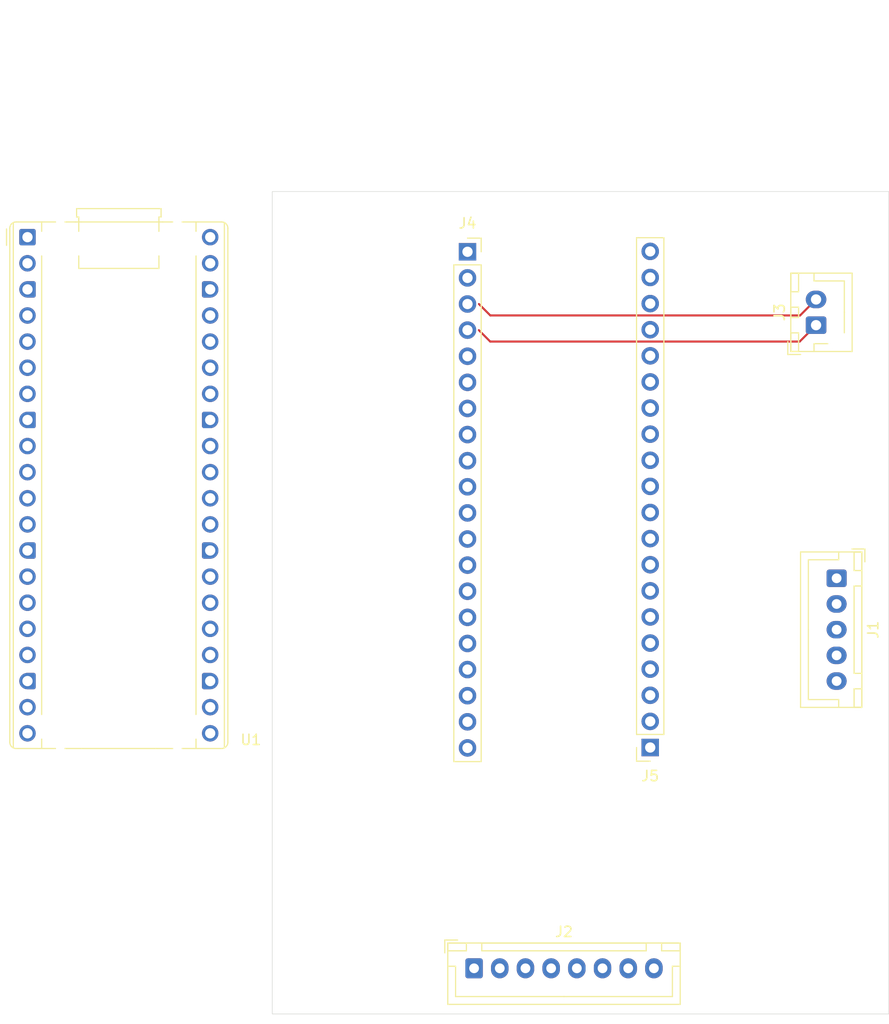
<source format=kicad_pcb>
(kicad_pcb (version 20240108) (generator "pcbnew") (generator_version "8.0")
  (layers (0 "F.Cu" signal) (31 "B.Cu" signal) (34 "B.Paste" user) (35 "F.Paste" user) (36 "B.SilkS" user "B.Silkscreen") (37 "F.SilkS" user "F.Silkscreen") (38 "B.Mask" user) (39 "F.Mask" user) (44 "Edge.Cuts" user))
  (net 0 "")
  (net 1 "Net-(J1-Pin_1)")
  (net 2 "Net-(J1-Pin_4)")
  (net 3 "Net-(J1-Pin_3)")
  (net 4 "Net-(J1-Pin_5)")
  (net 5 "Net-(J1-Pin_2)")
  (net 6 "Net-(J2-Pin_7)")
  (net 7 "Net-(J2-Pin_2)")
  (net 8 "Net-(J2-Pin_4)")
  (net 9 "Net-(J2-Pin_5)")
  (net 10 "Net-(J2-Pin_1)")
  (net 11 "Net-(J2-Pin_6)")
  (net 12 "Net-(J2-Pin_3)")
  (net 13 "Net-(J3-Pin_1)")
  (net 14 "Net-(J3-Pin_2)")
  (footprint "Module:RaspberryPi_Pico_Common_THT" (layer "F.Cu") (at 88.9 68.58)
    (property "Reference" "U1" (at 20.6375 48.895 0) (layer "F.SilkS") (effects (justify left)))
    (property "Value" "Pico")
    (fp_line (start -2.04 0.8) (end -2.04 -0.8) (stroke (width 0.12)) (layer "F.SilkS"))
    (fp_line (start -1.72 -0.87) (end -1.72 49.13) (stroke (width 0.12)) (layer "F.SilkS"))
    (fp_line (start -1.38 -1.417) (end -1.38 49.677) (stroke (width 0.12)) (layer "F.SilkS"))
    (fp_line (start -1.11 -1.48) (end 1.38 -1.48) (stroke (width 0.12)) (layer "F.SilkS"))
    (fp_line (start -1.11 49.74) (end 2.727939 49.74) (stroke (width 0.12)) (layer "F.SilkS"))
    (fp_line (start 1.38 -1.48) (end 1.38 -0.56648) (stroke (width 0.12)) (layer "F.SilkS"))
    (fp_line (start 1.38 -1.48) (end 2.72794 -1.48) (stroke (width 0.12)) (layer "F.SilkS"))
    (fp_line (start 1.38 1.82648) (end 1.38 46.43352) (stroke (width 0.12)) (layer "F.SilkS"))
    (fp_line (start 1.38 48.82648) (end 1.38 49.74) (stroke (width 0.12)) (layer "F.SilkS"))
    (fp_line (start 3.652061 -1.48) (end 4.655 -1.48) (stroke (width 0.12)) (layer "F.SilkS"))
    (fp_line (start 4.655 -1.48) (end 13.125 -1.48) (stroke (width 0.12)) (layer "F.SilkS"))
    (fp_line (start 4.78 -2.78) (end 4.78 -1.96) (stroke (width 0.12)) (layer "F.SilkS"))
    (fp_line (start 4.78 -2.78) (end 13 -2.78) (stroke (width 0.12)) (layer "F.SilkS"))
    (fp_line (start 4.78 -1.96) (end 4.99 -1.96) (stroke (width 0.12)) (layer "F.SilkS"))
    (fp_line (start 4.99 -1.96) (end 4.99 -0.564) (stroke (width 0.12)) (layer "F.SilkS"))
    (fp_line (start 4.99 1.824) (end 4.99 3.04) (stroke (width 0.12)) (layer "F.SilkS"))
    (fp_line (start 5.29 49.74) (end 3.652061 49.74) (stroke (width 0.12)) (layer "F.SilkS"))
    (fp_line (start 12.49 49.74) (end 5.29 49.74) (stroke (width 0.12)) (layer "F.SilkS"))
    (fp_line (start 12.79 -1.96) (end 12.79 -0.564) (stroke (width 0.12)) (layer "F.SilkS"))
    (fp_line (start 12.79 1.824) (end 12.79 3.04) (stroke (width 0.12)) (layer "F.SilkS"))
    (fp_line (start 12.79 3.04) (end 4.99 3.04) (stroke (width 0.12)) (layer "F.SilkS"))
    (fp_line (start 13 -2.78) (end 13 -1.96) (stroke (width 0.12)) (layer "F.SilkS"))
    (fp_line (start 13 -1.96) (end 12.79 -1.96) (stroke (width 0.12)) (layer "F.SilkS"))
    (fp_line (start 13.125 -1.48) (end 14.127939 -1.48) (stroke (width 0.12)) (layer "F.SilkS"))
    (fp_line (start 14.127939 49.74) (end 12.49 49.74) (stroke (width 0.12)) (layer "F.SilkS"))
    (fp_line (start 15.052061 -1.48) (end 16.4 -1.48) (stroke (width 0.12)) (layer "F.SilkS"))
    (fp_line (start 15.052061 49.74) (end 18.89 49.74) (stroke (width 0.12)) (layer "F.SilkS"))
    (fp_line (start 16.4 -1.48) (end 16.4 -0.56648) (stroke (width 0.12)) (layer "F.SilkS"))
    (fp_line (start 16.4 1.82648) (end 16.4 46.43352) (stroke (width 0.12)) (layer "F.SilkS"))
    (fp_line (start 16.4 48.82648) (end 16.4 49.74) (stroke (width 0.12)) (layer "F.SilkS"))
    (fp_line (start 18.89 -1.48) (end 16.4 -1.48) (stroke (width 0.12)) (layer "F.SilkS"))
    (fp_line (start 19.16 49.677) (end 19.16 -1.417) (stroke (width 0.12)) (layer "F.SilkS"))
    (fp_line (start 19.5 -0.87) (end 19.5 49.13) (stroke (width 0.12)) (layer "F.SilkS"))
    (fp_arc (start -1.72 -0.87) (mid -1.541335 -1.301335) (end -1.11 -1.48) (stroke (width 0.12)) (layer "F.SilkS"))
    (fp_arc (start -1.11 49.74) (mid -1.541364 49.561364) (end -1.72 49.13) (stroke (width 0.12)) (layer "F.SilkS"))
    (fp_arc (start 18.89 -1.48) (mid 19.321335 -1.301335) (end 19.5 -0.87) (stroke (width 0.12)) (layer "F.SilkS"))
    (fp_arc (start 19.5 49.13) (mid 19.321335 49.561335) (end 18.89 49.74) (stroke (width 0.12)) (layer "F.SilkS"))
    (pad "1" thru_hole roundrect (at 0 0) (size 1.6 1.6) (drill 1) (layers "*.Cu" "*.Mask") (roundrect_rratio 0.125))
    (pad "2" thru_hole circle (at 0 2.54) (size 1.6 1.6) (drill 1) (layers "*.Cu" "*.Mask"))
    (pad "3" thru_hole custom (at 0 5.08) (size 1.6 1.6) (drill 1) (layers "*.Cu" "*.Mask") (options (clearance outline) (anchor circle)) (primitives (gr_poly (pts (xy 0.8 0.6) (xy 0.8 -0.6) (xy 0.6 -0.8) (xy 0 -0.8) (xy 0 0.8) (xy 0.6 0.8)) (width 0) (fill yes)) (gr_circle (center 0.6 0.6) (end 0.8 0.6) (width 0) (fill yes)) (gr_circle (center 0.6 -0.6) (end 0.8 -0.6) (width 0) (fill yes))))
    (pad "4" thru_hole circle (at 0 7.62) (size 1.6 1.6) (drill 1) (layers "*.Cu" "*.Mask"))
    (pad "5" thru_hole circle (at 0 10.16) (size 1.6 1.6) (drill 1) (layers "*.Cu" "*.Mask"))
    (pad "6" thru_hole circle (at 0 12.7) (size 1.6 1.6) (drill 1) (layers "*.Cu" "*.Mask"))
    (pad "7" thru_hole circle (at 0 15.24) (size 1.6 1.6) (drill 1) (layers "*.Cu" "*.Mask"))
    (pad "8" thru_hole custom (at 0 17.78) (size 1.6 1.6) (drill 1) (layers "*.Cu" "*.Mask") (options (clearance outline) (anchor circle)) (primitives (gr_poly (pts (xy 0.8 0.6) (xy 0.8 -0.6) (xy 0.6 -0.8) (xy 0 -0.8) (xy 0 0.8) (xy 0.6 0.8)) (width 0) (fill yes)) (gr_circle (center 0.6 0.6) (end 0.8 0.6) (width 0) (fill yes)) (gr_circle (center 0.6 -0.6) (end 0.8 -0.6) (width 0) (fill yes))))
    (pad "9" thru_hole circle (at 0 20.32) (size 1.6 1.6) (drill 1) (layers "*.Cu" "*.Mask"))
    (pad "10" thru_hole circle (at 0 22.86) (size 1.6 1.6) (drill 1) (layers "*.Cu" "*.Mask"))
    (pad "11" thru_hole circle (at 0 25.4) (size 1.6 1.6) (drill 1) (layers "*.Cu" "*.Mask"))
    (pad "12" thru_hole circle (at 0 27.94) (size 1.6 1.6) (drill 1) (layers "*.Cu" "*.Mask"))
    (pad "13" thru_hole custom (at 0 30.48) (size 1.6 1.6) (drill 1) (layers "*.Cu" "*.Mask") (options (clearance outline) (anchor circle)) (primitives (gr_poly (pts (xy 0.8 0.6) (xy 0.8 -0.6) (xy 0.6 -0.8) (xy 0 -0.8) (xy 0 0.8) (xy 0.6 0.8)) (width 0) (fill yes)) (gr_circle (center 0.6 0.6) (end 0.8 0.6) (width 0) (fill yes)) (gr_circle (center 0.6 -0.6) (end 0.8 -0.6) (width 0) (fill yes))))
    (pad "14" thru_hole circle (at 0 33.02) (size 1.6 1.6) (drill 1) (layers "*.Cu" "*.Mask"))
    (pad "15" thru_hole circle (at 0 35.56) (size 1.6 1.6) (drill 1) (layers "*.Cu" "*.Mask"))
    (pad "16" thru_hole circle (at 0 38.1) (size 1.6 1.6) (drill 1) (layers "*.Cu" "*.Mask"))
    (pad "17" thru_hole circle (at 0 40.64) (size 1.6 1.6) (drill 1) (layers "*.Cu" "*.Mask"))
    (pad "18" thru_hole custom (at 0 43.18) (size 1.6 1.6) (drill 1) (layers "*.Cu" "*.Mask") (options (clearance outline) (anchor circle)) (primitives (gr_poly (pts (xy 0.8 0.6) (xy 0.8 -0.6) (xy 0.6 -0.8) (xy 0 -0.8) (xy 0 0.8) (xy 0.6 0.8)) (width 0) (fill yes)) (gr_circle (center 0.6 0.6) (end 0.8 0.6) (width 0) (fill yes)) (gr_circle (center 0.6 -0.6) (end 0.8 -0.6) (width 0) (fill yes))))
    (pad "19" thru_hole circle (at 0 45.72) (size 1.6 1.6) (drill 1) (layers "*.Cu" "*.Mask"))
    (pad "20" thru_hole circle (at 0 48.26) (size 1.6 1.6) (drill 1) (layers "*.Cu" "*.Mask"))
    (pad "21" thru_hole circle (at 17.78 48.26) (size 1.6 1.6) (drill 1) (layers "*.Cu" "*.Mask"))
    (pad "22" thru_hole circle (at 17.78 45.72) (size 1.6 1.6) (drill 1) (layers "*.Cu" "*.Mask"))
    (pad "23" thru_hole custom (at 17.78 43.18) (size 1.6 1.6) (drill 1) (layers "*.Cu" "*.Mask") (options (clearance outline) (anchor circle)) (primitives (gr_poly (pts (xy -0.8 0.6) (xy -0.8 -0.6) (xy -0.6 -0.8) (xy 0 -0.8) (xy 0 0.8) (xy -0.6 0.8)) (width 0) (fill yes)) (gr_circle (center -0.6 0.6) (end -0.4 0.6) (width 0) (fill yes)) (gr_circle (center -0.6 -0.6) (end -0.4 -0.6) (width 0) (fill yes))))
    (pad "24" thru_hole circle (at 17.78 40.64) (size 1.6 1.6) (drill 1) (layers "*.Cu" "*.Mask"))
    (pad "25" thru_hole circle (at 17.78 38.1) (size 1.6 1.6) (drill 1) (layers "*.Cu" "*.Mask"))
    (pad "26" thru_hole circle (at 17.78 35.56) (size 1.6 1.6) (drill 1) (layers "*.Cu" "*.Mask"))
    (pad "27" thru_hole circle (at 17.78 33.02) (size 1.6 1.6) (drill 1) (layers "*.Cu" "*.Mask"))
    (pad "28" thru_hole custom (at 17.78 30.48) (size 1.6 1.6) (drill 1) (layers "*.Cu" "*.Mask") (options (clearance outline) (anchor circle)) (primitives (gr_poly (pts (xy -0.8 0.6) (xy -0.8 -0.6) (xy -0.6 -0.8) (xy 0 -0.8) (xy 0 0.8) (xy -0.6 0.8)) (width 0) (fill yes)) (gr_circle (center -0.6 0.6) (end -0.4 0.6) (width 0) (fill yes)) (gr_circle (center -0.6 -0.6) (end -0.4 -0.6) (width 0) (fill yes))))
    (pad "29" thru_hole circle (at 17.78 27.94) (size 1.6 1.6) (drill 1) (layers "*.Cu" "*.Mask"))
    (pad "30" thru_hole circle (at 17.78 25.4) (size 1.6 1.6) (drill 1) (layers "*.Cu" "*.Mask"))
    (pad "31" thru_hole circle (at 17.78 22.86) (size 1.6 1.6) (drill 1) (layers "*.Cu" "*.Mask"))
    (pad "32" thru_hole circle (at 17.78 20.32) (size 1.6 1.6) (drill 1) (layers "*.Cu" "*.Mask"))
    (pad "33" thru_hole custom (at 17.78 17.78) (size 1.6 1.6) (drill 1) (layers "*.Cu" "*.Mask") (options (clearance outline) (anchor circle)) (primitives (gr_poly (pts (xy -0.8 0.6) (xy -0.8 -0.6) (xy -0.6 -0.8) (xy 0 -0.8) (xy 0 0.8) (xy -0.6 0.8)) (width 0) (fill yes)) (gr_circle (center -0.6 0.6) (end -0.4 0.6) (width 0) (fill yes)) (gr_circle (center -0.6 -0.6) (end -0.4 -0.6) (width 0) (fill yes))))
    (pad "34" thru_hole circle (at 17.78 15.24) (size 1.6 1.6) (drill 1) (layers "*.Cu" "*.Mask"))
    (pad "35" thru_hole circle (at 17.78 12.7) (size 1.6 1.6) (drill 1) (layers "*.Cu" "*.Mask"))
    (pad "36" thru_hole circle (at 17.78 10.16) (size 1.6 1.6) (drill 1) (layers "*.Cu" "*.Mask"))
    (pad "37" thru_hole circle (at 17.78 7.62) (size 1.6 1.6) (drill 1) (layers "*.Cu" "*.Mask"))
    (pad "38" thru_hole custom (at 17.78 5.08) (size 1.6 1.6) (drill 1) (layers "*.Cu" "*.Mask") (options (clearance outline) (anchor circle)) (primitives (gr_poly (pts (xy -0.8 0.6) (xy -0.8 -0.6) (xy -0.6 -0.8) (xy 0 -0.8) (xy 0 0.8) (xy -0.6 0.8)) (width 0) (fill yes)) (gr_circle (center -0.6 0.6) (end -0.4 0.6) (width 0) (fill yes)) (gr_circle (center -0.6 -0.6) (end -0.4 -0.6) (width 0) (fill yes))))
    (pad "39" thru_hole circle (at 17.78 2.54) (size 1.6 1.6) (drill 1) (layers "*.Cu" "*.Mask"))
    (pad "40" thru_hole circle (at 17.78 0) (size 1.6 1.6) (drill 1) (layers "*.Cu" "*.Mask"))
  )
  (footprint "Connector_JST:JST_XH_B8B-XH-A_1x08_P2.50mm_Vertical" (layer "F.Cu") (at 132.36 139.7)
    (property "Reference" "J2" (at 8.75 -3.55 0) (layer "F.SilkS"))
    (property "Value" "Screen Socket")
    (fp_line (start -2.85 -2.75) (end -2.85 -1.5) (stroke (width 0.12)) (layer "F.SilkS"))
    (fp_line (start -2.56 -2.46) (end -2.56 3.51) (stroke (width 0.12)) (layer "F.SilkS"))
    (fp_line (start -2.56 3.51) (end 20.06 3.51) (stroke (width 0.12)) (layer "F.SilkS"))
    (fp_line (start -2.55 -2.45) (end -2.55 -1.7) (stroke (width 0.12)) (layer "F.SilkS"))
    (fp_line (start -2.55 -1.7) (end -0.75 -1.7) (stroke (width 0.12)) (layer "F.SilkS"))
    (fp_line (start -2.55 -0.2) (end -1.8 -0.2) (stroke (width 0.12)) (layer "F.SilkS"))
    (fp_line (start -1.8 -0.2) (end -1.8 2.75) (stroke (width 0.12)) (layer "F.SilkS"))
    (fp_line (start -1.8 2.75) (end 8.75 2.75) (stroke (width 0.12)) (layer "F.SilkS"))
    (fp_line (start -1.6 -2.75) (end -2.85 -2.75) (stroke (width 0.12)) (layer "F.SilkS"))
    (fp_line (start -0.75 -2.45) (end -2.55 -2.45) (stroke (width 0.12)) (layer "F.SilkS"))
    (fp_line (start -0.75 -1.7) (end -0.75 -2.45) (stroke (width 0.12)) (layer "F.SilkS"))
    (fp_line (start 0.75 -2.45) (end 0.75 -1.7) (stroke (width 0.12)) (layer "F.SilkS"))
    (fp_line (start 0.75 -1.7) (end 16.75 -1.7) (stroke (width 0.12)) (layer "F.SilkS"))
    (fp_line (start 16.75 -2.45) (end 0.75 -2.45) (stroke (width 0.12)) (layer "F.SilkS"))
    (fp_line (start 16.75 -1.7) (end 16.75 -2.45) (stroke (width 0.12)) (layer "F.SilkS"))
    (fp_line (start 18.25 -2.45) (end 18.25 -1.7) (stroke (width 0.12)) (layer "F.SilkS"))
    (fp_line (start 18.25 -1.7) (end 20.05 -1.7) (stroke (width 0.12)) (layer "F.SilkS"))
    (fp_line (start 19.3 -0.2) (end 19.3 2.75) (stroke (width 0.12)) (layer "F.SilkS"))
    (fp_line (start 19.3 2.75) (end 8.75 2.75) (stroke (width 0.12)) (layer "F.SilkS"))
    (fp_line (start 20.05 -2.45) (end 18.25 -2.45) (stroke (width 0.12)) (layer "F.SilkS"))
    (fp_line (start 20.05 -1.7) (end 20.05 -2.45) (stroke (width 0.12)) (layer "F.SilkS"))
    (fp_line (start 20.05 -0.2) (end 19.3 -0.2) (stroke (width 0.12)) (layer "F.SilkS"))
    (fp_line (start 20.06 -2.46) (end -2.56 -2.46) (stroke (width 0.12)) (layer "F.SilkS"))
    (fp_line (start 20.06 3.51) (end 20.06 -2.46) (stroke (width 0.12)) (layer "F.SilkS"))
    (pad "1" thru_hole roundrect (at 0 0) (size 1.7 1.95) (drill 0.95) (layers "*.Cu" "*.Mask") (roundrect_rratio 0.147059) (net 10 "Net-(J2-Pin_1)"))
    (pad "2" thru_hole oval (at 2.5 0) (size 1.7 1.95) (drill 0.95) (layers "*.Cu" "*.Mask") (net 7 "Net-(J2-Pin_2)"))
    (pad "3" thru_hole oval (at 5 0) (size 1.7 1.95) (drill 0.95) (layers "*.Cu" "*.Mask") (net 12 "Net-(J2-Pin_3)"))
    (pad "4" thru_hole oval (at 7.5 0) (size 1.7 1.95) (drill 0.95) (layers "*.Cu" "*.Mask") (net 8 "Net-(J2-Pin_4)"))
    (pad "5" thru_hole oval (at 10 0) (size 1.7 1.95) (drill 0.95) (layers "*.Cu" "*.Mask") (net 9 "Net-(J2-Pin_5)"))
    (pad "6" thru_hole oval (at 12.5 0) (size 1.7 1.95) (drill 0.95) (layers "*.Cu" "*.Mask") (net 11 "Net-(J2-Pin_6)"))
    (pad "7" thru_hole oval (at 15 0) (size 1.7 1.95) (drill 0.95) (layers "*.Cu" "*.Mask") (net 6 "Net-(J2-Pin_7)"))
    (pad "8" thru_hole oval (at 17.5 0) (size 1.7 1.95) (drill 0.95) (layers "*.Cu" "*.Mask") (net 10 "Net-(J2-Pin_1)"))
  )
  (footprint "Connector_PinSocket_2.54mm:PinSocket_1x20_P2.54mm_Vertical" (layer "F.Cu") (at 131.72 70.0025)
    (property "Reference" "J4" (at 0 -2.77 0) (layer "F.SilkS"))
    (property "Value" "Conn_01x20_Socket")
    (fp_line (start -1.33 1.27) (end -1.33 49.59) (stroke (width 0.12)) (layer "F.SilkS"))
    (fp_line (start -1.33 1.27) (end 1.33 1.27) (stroke (width 0.12)) (layer "F.SilkS"))
    (fp_line (start -1.33 49.59) (end 1.33 49.59) (stroke (width 0.12)) (layer "F.SilkS"))
    (fp_line (start 0 -1.33) (end 1.33 -1.33) (stroke (width 0.12)) (layer "F.SilkS"))
    (fp_line (start 1.33 -1.33) (end 1.33 0) (stroke (width 0.12)) (layer "F.SilkS"))
    (fp_line (start 1.33 1.27) (end 1.33 49.59) (stroke (width 0.12)) (layer "F.SilkS"))
    (pad "1" thru_hole rect (at 0 0) (size 1.7 1.7) (drill 1) (layers "*.Cu" "*.Mask"))
    (pad "2" thru_hole oval (at 0 2.54) (size 1.7 1.7) (drill 1) (layers "*.Cu" "*.Mask"))
    (pad "3" thru_hole oval (at 0 5.08) (size 1.7 1.7) (drill 1) (layers "*.Cu" "*.Mask") (net 14 "Net-(J3-Pin_2)"))
    (pad "4" thru_hole oval (at 0 7.62) (size 1.7 1.7) (drill 1) (layers "*.Cu" "*.Mask") (net 13 "Net-(J3-Pin_1)"))
    (pad "5" thru_hole oval (at 0 10.16) (size 1.7 1.7) (drill 1) (layers "*.Cu" "*.Mask"))
    (pad "6" thru_hole oval (at 0 12.7) (size 1.7 1.7) (drill 1) (layers "*.Cu" "*.Mask"))
    (pad "7" thru_hole oval (at 0 15.24) (size 1.7 1.7) (drill 1) (layers "*.Cu" "*.Mask"))
    (pad "8" thru_hole oval (at 0 17.78) (size 1.7 1.7) (drill 1) (layers "*.Cu" "*.Mask"))
    (pad "9" thru_hole oval (at 0 20.32) (size 1.7 1.7) (drill 1) (layers "*.Cu" "*.Mask"))
    (pad "10" thru_hole oval (at 0 22.86) (size 1.7 1.7) (drill 1) (layers "*.Cu" "*.Mask"))
    (pad "11" thru_hole oval (at 0 25.4) (size 1.7 1.7) (drill 1) (layers "*.Cu" "*.Mask") (net 12 "Net-(J2-Pin_3)"))
    (pad "12" thru_hole oval (at 0 27.94) (size 1.7 1.7) (drill 1) (layers "*.Cu" "*.Mask") (net 8 "Net-(J2-Pin_4)"))
    (pad "13" thru_hole oval (at 0 30.48) (size 1.7 1.7) (drill 1) (layers "*.Cu" "*.Mask"))
    (pad "14" thru_hole oval (at 0 33.02) (size 1.7 1.7) (drill 1) (layers "*.Cu" "*.Mask") (net 9 "Net-(J2-Pin_5)"))
    (pad "15" thru_hole oval (at 0 35.56) (size 1.7 1.7) (drill 1) (layers "*.Cu" "*.Mask") (net 11 "Net-(J2-Pin_6)"))
    (pad "16" thru_hole oval (at 0 38.1) (size 1.7 1.7) (drill 1) (layers "*.Cu" "*.Mask") (net 7 "Net-(J2-Pin_2)"))
    (pad "17" thru_hole oval (at 0 40.64) (size 1.7 1.7) (drill 1) (layers "*.Cu" "*.Mask"))
    (pad "18" thru_hole oval (at 0 43.18) (size 1.7 1.7) (drill 1) (layers "*.Cu" "*.Mask"))
    (pad "19" thru_hole oval (at 0 45.72) (size 1.7 1.7) (drill 1) (layers "*.Cu" "*.Mask"))
    (pad "20" thru_hole oval (at 0 48.26) (size 1.7 1.7) (drill 1) (layers "*.Cu" "*.Mask"))
  )
  (footprint "Connector_JST:JST_XH_B2B-XH-AM_1x02_P2.50mm_Vertical" (layer "F.Cu") (at 165.64 77.14 90)
    (property "Reference" "J3" (at 1.25 -3.55 90) (layer "F.SilkS"))
    (property "Value" "Buzzer Socket")
    (fp_line (start -1.6 -2.75) (end -2.85 -2.75) (stroke (width 0.12)) (layer "F.SilkS"))
    (fp_line (start -2.85 -2.75) (end -2.85 -1.5) (stroke (width 0.12)) (layer "F.SilkS"))
    (fp_line (start 5.06 -2.46) (end -2.56 -2.46) (stroke (width 0.12)) (layer "F.SilkS"))
    (fp_line (start -2.56 -2.46) (end -2.56 3.51) (stroke (width 0.12)) (layer "F.SilkS"))
    (fp_line (start 5.05 -2.45) (end 3.25 -2.45) (stroke (width 0.12)) (layer "F.SilkS"))
    (fp_line (start 3.25 -2.45) (end 3.25 -1.7) (stroke (width 0.12)) (layer "F.SilkS"))
    (fp_line (start 1.75 -2.45) (end 0.75 -2.45) (stroke (width 0.12)) (layer "F.SilkS"))
    (fp_line (start 0.75 -2.45) (end 0.75 -1.7) (stroke (width 0.12)) (layer "F.SilkS"))
    (fp_line (start -0.75 -2.45) (end -2.55 -2.45) (stroke (width 0.12)) (layer "F.SilkS"))
    (fp_line (start -2.55 -2.45) (end -2.55 -1.7) (stroke (width 0.12)) (layer "F.SilkS"))
    (fp_line (start 5.05 -1.7) (end 5.05 -2.45) (stroke (width 0.12)) (layer "F.SilkS"))
    (fp_line (start 3.25 -1.7) (end 5.05 -1.7) (stroke (width 0.12)) (layer "F.SilkS"))
    (fp_line (start 1.75 -1.7) (end 1.75 -2.45) (stroke (width 0.12)) (layer "F.SilkS"))
    (fp_line (start 0.75 -1.7) (end 1.75 -1.7) (stroke (width 0.12)) (layer "F.SilkS"))
    (fp_line (start -0.75 -1.7) (end -0.75 -2.45) (stroke (width 0.12)) (layer "F.SilkS"))
    (fp_line (start -2.55 -1.7) (end -0.75 -1.7) (stroke (width 0.12)) (layer "F.SilkS"))
    (fp_line (start 5.05 -0.2) (end 4.3 -0.2) (stroke (width 0.12)) (layer "F.SilkS"))
    (fp_line (start 4.3 -0.2) (end 4.3 2.75) (stroke (width 0.12)) (layer "F.SilkS"))
    (fp_line (start -1.8 -0.2) (end -1.8 1.14) (stroke (width 0.12)) (layer "F.SilkS"))
    (fp_line (start -2.55 -0.2) (end -1.8 -0.2) (stroke (width 0.12)) (layer "F.SilkS"))
    (fp_line (start 4.3 2.75) (end 1.25 2.75) (stroke (width 0.12)) (layer "F.SilkS"))
    (fp_line (start 1.25 2.75) (end -0.74 2.75) (stroke (width 0.12)) (layer "F.SilkS"))
    (fp_line (start 5.06 3.51) (end 5.06 -2.46) (stroke (width 0.12)) (layer "F.SilkS"))
    (fp_line (start -2.56 3.51) (end 5.06 3.51) (stroke (width 0.12)) (layer "F.SilkS"))
    (pad "" np_thru_hole circle (at -1.6 2 90) (size 1.2 1.2) (drill 1.2) (layers "*.Cu" "*.Mask"))
    (pad "1" thru_hole roundrect (at 0 0 90) (size 1.7 2) (drill 1) (layers "*.Cu" "*.Mask") (roundrect_rratio 0.147059) (net 13 "Net-(J3-Pin_1)"))
    (pad "2" thru_hole oval (at 2.5 0 90) (size 1.7 2) (drill 1) (layers "*.Cu" "*.Mask") (net 14 "Net-(J3-Pin_2)"))
  )
  (footprint "Connector_PinSocket_2.54mm:PinSocket_1x20_P2.54mm_Vertical" (layer "F.Cu") (at 149.5 118.2225 180)
    (property "Reference" "J5" (at 0 -2.77 360) (layer "F.SilkS"))
    (property "Value" "Conn_01x20_Socket")
    (fp_line (start 1.33 1.27) (end 1.33 49.59) (stroke (width 0.12)) (layer "F.SilkS"))
    (fp_line (start 1.33 -1.33) (end 1.33 0) (stroke (width 0.12)) (layer "F.SilkS"))
    (fp_line (start 0 -1.33) (end 1.33 -1.33) (stroke (width 0.12)) (layer "F.SilkS"))
    (fp_line (start -1.33 49.59) (end 1.33 49.59) (stroke (width 0.12)) (layer "F.SilkS"))
    (fp_line (start -1.33 1.27) (end 1.33 1.27) (stroke (width 0.12)) (layer "F.SilkS"))
    (fp_line (start -1.33 1.27) (end -1.33 49.59) (stroke (width 0.12)) (layer "F.SilkS"))
    (pad "1" thru_hole rect (at 0 0 180) (size 1.7 1.7) (drill 1) (layers "*.Cu" "*.Mask"))
    (pad "2" thru_hole oval (at 0 2.54 180) (size 1.7 1.7) (drill 1) (layers "*.Cu" "*.Mask"))
    (pad "3" thru_hole oval (at 0 5.08 180) (size 1.7 1.7) (drill 1) (layers "*.Cu" "*.Mask") (net 4 "Net-(J1-Pin_5)"))
    (pad "4" thru_hole oval (at 0 7.62 180) (size 1.7 1.7) (drill 1) (layers "*.Cu" "*.Mask") (net 2 "Net-(J1-Pin_4)"))
    (pad "5" thru_hole oval (at 0 10.16 180) (size 1.7 1.7) (drill 1) (layers "*.Cu" "*.Mask") (net 3 "Net-(J1-Pin_3)"))
    (pad "6" thru_hole oval (at 0 12.7 180) (size 1.7 1.7) (drill 1) (layers "*.Cu" "*.Mask") (net 5 "Net-(J1-Pin_2)"))
    (pad "7" thru_hole oval (at 0 15.24 180) (size 1.7 1.7) (drill 1) (layers "*.Cu" "*.Mask") (net 1 "Net-(J1-Pin_1)"))
    (pad "8" thru_hole oval (at 0 17.78 180) (size 1.7 1.7) (drill 1) (layers "*.Cu" "*.Mask"))
    (pad "9" thru_hole oval (at 0 20.32 180) (size 1.7 1.7) (drill 1) (layers "*.Cu" "*.Mask"))
    (pad "10" thru_hole oval (at 0 22.86 180) (size 1.7 1.7) (drill 1) (layers "*.Cu" "*.Mask"))
    (pad "11" thru_hole oval (at 0 25.4 180) (size 1.7 1.7) (drill 1) (layers "*.Cu" "*.Mask"))
    (pad "12" thru_hole oval (at 0 27.94 180) (size 1.7 1.7) (drill 1) (layers "*.Cu" "*.Mask"))
    (pad "13" thru_hole oval (at 0 30.48 180) (size 1.7 1.7) (drill 1) (layers "*.Cu" "*.Mask"))
    (pad "14" thru_hole oval (at 0 33.02 180) (size 1.7 1.7) (drill 1) (layers "*.Cu" "*.Mask"))
    (pad "15" thru_hole oval (at 0 35.56 180) (size 1.7 1.7) (drill 1) (layers "*.Cu" "*.Mask"))
    (pad "16" thru_hole oval (at 0 38.1 180) (size 1.7 1.7) (drill 1) (layers "*.Cu" "*.Mask") (net 10 "Net-(J2-Pin_1)"))
    (pad "17" thru_hole oval (at 0 40.64 180) (size 1.7 1.7) (drill 1) (layers "*.Cu" "*.Mask"))
    (pad "18" thru_hole oval (at 0 43.18 180) (size 1.7 1.7) (drill 1) (layers "*.Cu" "*.Mask") (net 6 "Net-(J2-Pin_7)"))
    (pad "19" thru_hole oval (at 0 45.72 180) (size 1.7 1.7) (drill 1) (layers "*.Cu" "*.Mask"))
    (pad "20" thru_hole oval (at 0 48.26 180) (size 1.7 1.7) (drill 1) (layers "*.Cu" "*.Mask"))
  )
  (footprint "Connector_JST:JST_XH_B5B-XH-A_1x05_P2.50mm_Vertical" (layer "F.Cu") (at 167.64 101.76 -90)
    (property "Reference" "J1" (at 5 -3.55 90) (layer "F.SilkS"))
    (property "Value" "Buttons Socket")
    (fp_line (start -2.56 3.51) (end 12.56 3.51) (stroke (width 0.12)) (layer "F.SilkS"))
    (fp_line (start 12.56 3.51) (end 12.56 -2.46) (stroke (width 0.12)) (layer "F.SilkS"))
    (fp_line (start -1.8 2.75) (end 5 2.75) (stroke (width 0.12)) (layer "F.SilkS"))
    (fp_line (start 11.8 2.75) (end 5 2.75) (stroke (width 0.12)) (layer "F.SilkS"))
    (fp_line (start -2.55 -0.2) (end -1.8 -0.2) (stroke (width 0.12)) (layer "F.SilkS"))
    (fp_line (start -1.8 -0.2) (end -1.8 2.75) (stroke (width 0.12)) (layer "F.SilkS"))
    (fp_line (start 11.8 -0.2) (end 11.8 2.75) (stroke (width 0.12)) (layer "F.SilkS"))
    (fp_line (start 12.55 -0.2) (end 11.8 -0.2) (stroke (width 0.12)) (layer "F.SilkS"))
    (fp_line (start -2.55 -1.7) (end -0.75 -1.7) (stroke (width 0.12)) (layer "F.SilkS"))
    (fp_line (start -0.75 -1.7) (end -0.75 -2.45) (stroke (width 0.12)) (layer "F.SilkS"))
    (fp_line (start 0.75 -1.7) (end 9.25 -1.7) (stroke (width 0.12)) (layer "F.SilkS"))
    (fp_line (start 9.25 -1.7) (end 9.25 -2.45) (stroke (width 0.12)) (layer "F.SilkS"))
    (fp_line (start 10.75 -1.7) (end 12.55 -1.7) (stroke (width 0.12)) (layer "F.SilkS"))
    (fp_line (start 12.55 -1.7) (end 12.55 -2.45) (stroke (width 0.12)) (layer "F.SilkS"))
    (fp_line (start -2.55 -2.45) (end -2.55 -1.7) (stroke (width 0.12)) (layer "F.SilkS"))
    (fp_line (start -0.75 -2.45) (end -2.55 -2.45) (stroke (width 0.12)) (layer "F.SilkS"))
    (fp_line (start 0.75 -2.45) (end 0.75 -1.7) (stroke (width 0.12)) (layer "F.SilkS"))
    (fp_line (start 9.25 -2.45) (end 0.75 -2.45) (stroke (width 0.12)) (layer "F.SilkS"))
    (fp_line (start 10.75 -2.45) (end 10.75 -1.7) (stroke (width 0.12)) (layer "F.SilkS"))
    (fp_line (start 12.55 -2.45) (end 10.75 -2.45) (stroke (width 0.12)) (layer "F.SilkS"))
    (fp_line (start -2.56 -2.46) (end -2.56 3.51) (stroke (width 0.12)) (layer "F.SilkS"))
    (fp_line (start 12.56 -2.46) (end -2.56 -2.46) (stroke (width 0.12)) (layer "F.SilkS"))
    (fp_line (start -2.85 -2.75) (end -2.85 -1.5) (stroke (width 0.12)) (layer "F.SilkS"))
    (fp_line (start -1.6 -2.75) (end -2.85 -2.75) (stroke (width 0.12)) (layer "F.SilkS"))
    (pad "1" thru_hole roundrect (at 0 0 270) (size 1.7 1.95) (drill 0.95) (layers "*.Cu" "*.Mask") (roundrect_rratio 0.147059) (net 1 "Net-(J1-Pin_1)"))
    (pad "2" thru_hole oval (at 2.5 0 270) (size 1.7 1.95) (drill 0.95) (layers "*.Cu" "*.Mask") (net 5 "Net-(J1-Pin_2)"))
    (pad "3" thru_hole oval (at 5 0 270) (size 1.7 1.95) (drill 0.95) (layers "*.Cu" "*.Mask") (net 3 "Net-(J1-Pin_3)"))
    (pad "4" thru_hole oval (at 7.5 0 270) (size 1.7 1.95) (drill 0.95) (layers "*.Cu" "*.Mask") (net 2 "Net-(J1-Pin_4)"))
    (pad "5" thru_hole oval (at 10 0 270) (size 1.7 1.95) (drill 0.95) (layers "*.Cu" "*.Mask") (net 4 "Net-(J1-Pin_5)"))
  )
  (gr_rect (start 112.72 64.14) (end 172.72 144.14) (stroke (width 0.05)) (fill none) (layer "Edge.Cuts"))
  (segment (start 165.64 77.14) (end 164.0475 78.7325) (width 0.2) (layer "F.Cu") (net 13))
  (segment (start 164.0475 78.7325) (end 133.93 78.7325) (width 0.2) (layer "F.Cu") (net 13))
  (segment (start 133.93 78.7325) (end 132.82 77.6225) (width 0.2) (layer "F.Cu") (net 13))
  (segment (start 165.64 74.64) (end 164.0875 76.1925) (width 0.2) (layer "F.Cu") (net 14))
  (segment (start 133.940031 76.1925) (end 132.830031 75.0825) (width 0.2) (layer "F.Cu") (net 14))
  (segment (start 164.0875 76.1925) (end 133.940031 76.1925) (width 0.2) (layer "F.Cu") (net 14))
)
</source>
